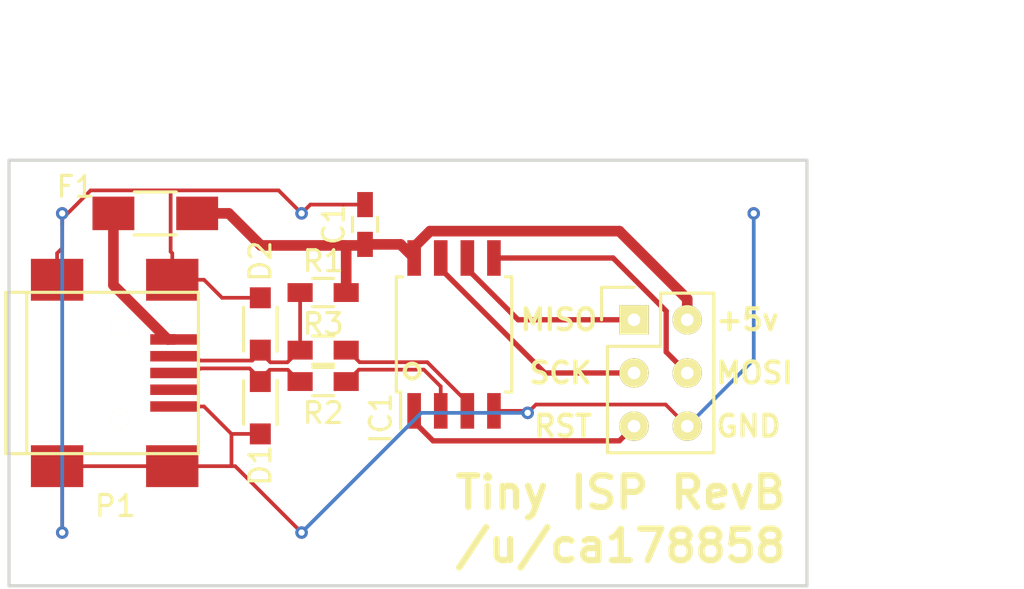
<source format=kicad_pcb>
(kicad_pcb (version 20171130) (host pcbnew "(5.1.12)-1")

  (general
    (thickness 1.6)
    (drawings 15)
    (tracks 104)
    (zones 0)
    (modules 16)
    (nets 13)
  )

  (page A4)
  (layers
    (0 F.Cu signal)
    (31 B.Cu signal)
    (32 B.Adhes user hide)
    (33 F.Adhes user hide)
    (34 B.Paste user hide)
    (35 F.Paste user hide)
    (36 B.SilkS user hide)
    (37 F.SilkS user hide)
    (38 B.Mask user hide)
    (39 F.Mask user hide)
    (40 Dwgs.User user)
    (41 Cmts.User user)
    (42 Eco1.User user)
    (43 Eco2.User user)
    (44 Edge.Cuts user)
    (45 Margin user hide)
    (46 B.CrtYd user hide)
    (47 F.CrtYd user)
    (48 B.Fab user hide)
    (49 F.Fab user hide)
  )

  (setup
    (last_trace_width 0.1778)
    (user_trace_width 0.254)
    (user_trace_width 0.381)
    (user_trace_width 0.508)
    (user_trace_width 1.778)
    (trace_clearance 0.1778)
    (zone_clearance 0.381)
    (zone_45_only no)
    (trace_min 0.1778)
    (via_size 0.6858)
    (via_drill 0.3302)
    (via_min_size 0.6858)
    (via_min_drill 0.3302)
    (uvia_size 0.3)
    (uvia_drill 0.1)
    (uvias_allowed no)
    (uvia_min_size 0.2)
    (uvia_min_drill 0.1)
    (edge_width 0.15)
    (segment_width 0.2)
    (pcb_text_width 0.3)
    (pcb_text_size 1.5 1.5)
    (mod_edge_width 0.15)
    (mod_text_size 1 1)
    (mod_text_width 0.15)
    (pad_size 1.4 1.4)
    (pad_drill 0.6)
    (pad_to_mask_clearance 0.1016)
    (aux_axis_origin 71.755 60.96)
    (grid_origin 71.755 60.96)
    (visible_elements 7FFFFFFF)
    (pcbplotparams
      (layerselection 0x010f0_80000001)
      (usegerberextensions true)
      (usegerberattributes true)
      (usegerberadvancedattributes true)
      (creategerberjobfile true)
      (excludeedgelayer true)
      (linewidth 0.100000)
      (plotframeref false)
      (viasonmask false)
      (mode 1)
      (useauxorigin false)
      (hpglpennumber 1)
      (hpglpenspeed 20)
      (hpglpendiameter 15.000000)
      (psnegative false)
      (psa4output false)
      (plotreference true)
      (plotvalue true)
      (plotinvisibletext false)
      (padsonsilk false)
      (subtractmaskfromsilk true)
      (outputformat 1)
      (mirror false)
      (drillshape 0)
      (scaleselection 1)
      (outputdirectory "isp-gerbers/"))
  )

  (net 0 "")
  (net 1 +5V)
  (net 2 GND)
  (net 3 D+)
  (net 4 D-)
  (net 5 "Net-(F1-Pad2)")
  (net 6 RST)
  (net 7 "Net-(IC1-Pad2)")
  (net 8 "Net-(IC1-Pad3)")
  (net 9 MOSI)
  (net 10 MISO)
  (net 11 SCK)
  (net 12 "Net-(P1-Pad4)")

  (net_class Default "This is the default net class."
    (clearance 0.1778)
    (trace_width 0.1778)
    (via_dia 0.6858)
    (via_drill 0.3302)
    (uvia_dia 0.3)
    (uvia_drill 0.1)
    (add_net +5V)
    (add_net D+)
    (add_net D-)
    (add_net GND)
    (add_net MISO)
    (add_net MOSI)
    (add_net "Net-(F1-Pad2)")
    (add_net "Net-(IC1-Pad2)")
    (add_net "Net-(IC1-Pad3)")
    (add_net "Net-(P1-Pad4)")
    (add_net RST)
    (add_net SCK)
  )

  (module Keyboard:GNDVia-wRing (layer F.Cu) (tedit 585AE108) (tstamp 586D9C9C)
    (at 96.52 52.705)
    (fp_text reference REF**_6 (at -0.8 1.1) (layer F.SilkS) hide
      (effects (font (size 1 1) (thickness 0.15)))
    )
    (fp_text value "GND Via" (at 0 -1) (layer F.Fab) hide
      (effects (font (size 1 1) (thickness 0.15)))
    )
    (pad GND thru_hole circle (at 0 0) (size 0.6 0.6) (drill 0.3) (layers *.Cu)
      (net 2 GND) (zone_connect 2))
  )

  (module Keyboard:GNDVia-wRing (layer F.Cu) (tedit 585AE108) (tstamp 586D9C7C)
    (at 85.725 43.18)
    (fp_text reference REF**_5 (at -0.8 1.1) (layer F.SilkS) hide
      (effects (font (size 1 1) (thickness 0.15)))
    )
    (fp_text value "GND Via" (at 0 -1) (layer F.Fab) hide
      (effects (font (size 1 1) (thickness 0.15)))
    )
    (pad GND thru_hole circle (at 0 0) (size 0.6 0.6) (drill 0.3) (layers *.Cu)
      (net 2 GND) (zone_connect 2))
  )

  (module Keyboard:GNDVia-wRing (layer F.Cu) (tedit 585AE108) (tstamp 585ADEE5)
    (at 85.725 58.42)
    (fp_text reference REF**_4 (at -0.8 1.1) (layer F.SilkS) hide
      (effects (font (size 1 1) (thickness 0.15)))
    )
    (fp_text value "GND Via" (at 0 -1) (layer F.Fab) hide
      (effects (font (size 1 1) (thickness 0.15)))
    )
    (pad GND thru_hole circle (at 0 0) (size 0.6 0.6) (drill 0.3) (layers *.Cu)
      (net 2 GND) (zone_connect 2))
  )

  (module Keyboard:GNDVia-wRing (layer F.Cu) (tedit 585AE11F) (tstamp 585ADEE1)
    (at 107.315 43.18)
    (fp_text reference REF**_3 (at -0.8 1.1) (layer F.SilkS) hide
      (effects (font (size 1 1) (thickness 0.15)))
    )
    (fp_text value "GND Via" (at 0 -1) (layer F.Fab) hide
      (effects (font (size 1 1) (thickness 0.15)))
    )
    (pad GND thru_hole circle (at 0 0) (size 0.6 0.6) (drill 0.3) (layers *.Cu)
      (net 2 GND) (zone_connect 2))
  )

  (module Capacitors_SMD:C_1206_HandSoldering (layer F.Cu) (tedit 585AE33F) (tstamp 585AD768)
    (at 78.74 43.18 180)
    (descr "Capacitor SMD 1206, hand soldering")
    (tags "capacitor 1206")
    (path /5859EB81)
    (attr smd)
    (fp_text reference F1 (at 3.81 1.27 180) (layer F.SilkS)
      (effects (font (size 1 1) (thickness 0.15)))
    )
    (fp_text value F_Small (at 0 2.3 180) (layer F.Fab) hide
      (effects (font (size 1 1) (thickness 0.15)))
    )
    (fp_line (start -1 1.025) (end 1 1.025) (layer F.SilkS) (width 0.15))
    (fp_line (start 1 -1.025) (end -1 -1.025) (layer F.SilkS) (width 0.15))
    (fp_line (start 3.3 -1.15) (end 3.3 1.15) (layer F.CrtYd) (width 0.05))
    (fp_line (start -3.3 -1.15) (end -3.3 1.15) (layer F.CrtYd) (width 0.05))
    (fp_line (start -3.3 1.15) (end 3.3 1.15) (layer F.CrtYd) (width 0.05))
    (fp_line (start -3.3 -1.15) (end 3.3 -1.15) (layer F.CrtYd) (width 0.05))
    (pad 1 smd rect (at -2 0 180) (size 2 1.6) (layers F.Cu F.Paste F.Mask)
      (net 1 +5V))
    (pad 2 smd rect (at 2 0 180) (size 2 1.6) (layers F.Cu F.Paste F.Mask)
      (net 5 "Net-(F1-Pad2)"))
    (model Capacitors_SMD.3dshapes/C_1206_HandSoldering.wrl
      (at (xyz 0 0 0))
      (scale (xyz 1 1 1))
      (rotate (xyz 0 0 0))
    )
  )

  (module Connect:USB_Mini-B (layer F.Cu) (tedit 585AE32C) (tstamp 585AD783)
    (at 76.2 50.8)
    (descr "USB Mini-B 5-pin SMD connector")
    (tags "USB USB_B USB_Mini connector")
    (path /5859E8A3)
    (attr smd)
    (fp_text reference P1 (at 0.635 6.35) (layer F.SilkS)
      (effects (font (size 1 1) (thickness 0.15)))
    )
    (fp_text value USB_OTG (at 0 -7.0993) (layer F.Fab) hide
      (effects (font (size 1 1) (thickness 0.15)))
    )
    (fp_line (start 4.59994 -3.85064) (end -4.59994 -3.85064) (layer F.SilkS) (width 0.15))
    (fp_line (start 4.59994 3.85064) (end 4.59994 -3.85064) (layer F.SilkS) (width 0.15))
    (fp_line (start -4.59994 3.85064) (end 4.59994 3.85064) (layer F.SilkS) (width 0.15))
    (fp_line (start -4.59994 -3.85064) (end -4.59994 3.85064) (layer F.SilkS) (width 0.15))
    (fp_line (start -3.59918 -3.85064) (end -3.59918 3.85064) (layer F.SilkS) (width 0.15))
    (fp_line (start -4.85 5.7) (end -4.85 -5.7) (layer F.CrtYd) (width 0.05))
    (fp_line (start 4.85 5.7) (end -4.85 5.7) (layer F.CrtYd) (width 0.05))
    (fp_line (start 4.85 -5.7) (end 4.85 5.7) (layer F.CrtYd) (width 0.05))
    (fp_line (start -4.85 -5.7) (end 4.85 -5.7) (layer F.CrtYd) (width 0.05))
    (pad 1 smd rect (at 3.44932 -1.6002) (size 2.30124 0.50038) (layers F.Cu F.Paste F.Mask)
      (net 5 "Net-(F1-Pad2)"))
    (pad 2 smd rect (at 3.44932 -0.8001) (size 2.30124 0.50038) (layers F.Cu F.Paste F.Mask)
      (net 4 D-))
    (pad 3 smd rect (at 3.44932 0) (size 2.30124 0.50038) (layers F.Cu F.Paste F.Mask)
      (net 3 D+))
    (pad 4 smd rect (at 3.44932 0.8001) (size 2.30124 0.50038) (layers F.Cu F.Paste F.Mask)
      (net 12 "Net-(P1-Pad4)"))
    (pad 5 smd rect (at 3.44932 1.6002) (size 2.30124 0.50038) (layers F.Cu F.Paste F.Mask)
      (net 2 GND))
    (pad 6 smd rect (at 3.35026 -4.45008) (size 2.49936 1.99898) (layers F.Cu F.Paste F.Mask)
      (net 2 GND))
    (pad 6 smd rect (at -2.14884 -4.45008) (size 2.49936 1.99898) (layers F.Cu F.Paste F.Mask)
      (net 2 GND))
    (pad 6 smd rect (at 3.35026 4.45008) (size 2.49936 1.99898) (layers F.Cu F.Paste F.Mask)
      (net 2 GND))
    (pad 6 smd rect (at -2.14884 4.45008) (size 2.49936 1.99898) (layers F.Cu F.Paste F.Mask)
      (net 2 GND))
    (pad "" np_thru_hole circle (at 0.8509 -2.19964) (size 0.89916 0.89916) (drill 0.89916) (layers *.Cu *.Mask F.SilkS))
    (pad "" np_thru_hole circle (at 0.8509 2.19964) (size 0.89916 0.89916) (drill 0.89916) (layers *.Cu *.Mask F.SilkS))
  )

  (module Keyboard:GNDVia-wRing (layer F.Cu) (tedit 585AE0FB) (tstamp 585ADED8)
    (at 74.295 43.18)
    (fp_text reference REF**_2 (at -0.8 1.1) (layer F.SilkS) hide
      (effects (font (size 1 1) (thickness 0.15)))
    )
    (fp_text value "GND Via" (at 0 -1) (layer F.Fab) hide
      (effects (font (size 1 1) (thickness 0.15)))
    )
    (pad GND thru_hole circle (at 0 0) (size 0.6 0.6) (drill 0.3) (layers *.Cu)
      (net 2 GND) (zone_connect 2))
  )

  (module Keyboard:GNDVia-wRing (layer F.Cu) (tedit 585AE101) (tstamp 585ADED9)
    (at 74.295 58.42)
    (fp_text reference REF** (at -0.8 1.1) (layer F.SilkS) hide
      (effects (font (size 1 1) (thickness 0.15)))
    )
    (fp_text value "GND Via" (at 0 -1) (layer F.Fab) hide
      (effects (font (size 1 1) (thickness 0.15)))
    )
    (pad GND thru_hole circle (at 0 0) (size 0.6 0.6) (drill 0.3) (layers *.Cu)
      (net 2 GND) (zone_connect 2))
  )

  (module Pin_Headers:Pin_Header_Straight_2x03 (layer F.Cu) (tedit 585AF9C8) (tstamp 585AD78D)
    (at 101.6 48.26)
    (descr "Through hole pin header")
    (tags "pin header")
    (path /5859F792)
    (fp_text reference P2 (at 0 -5.1) (layer F.SilkS) hide
      (effects (font (size 1 1) (thickness 0.15)))
    )
    (fp_text value CONN_02X03 (at 0 -3.1) (layer F.Fab) hide
      (effects (font (size 1 1) (thickness 0.15)))
    )
    (fp_line (start 3.81 1.27) (end 3.81 -1.27) (layer F.SilkS) (width 0.15))
    (fp_line (start 3.81 -1.27) (end 1.27 -1.27) (layer F.SilkS) (width 0.15))
    (fp_line (start -1.55 -1.55) (end -1.55 0) (layer F.SilkS) (width 0.15))
    (fp_line (start 3.81 6.35) (end 3.81 1.27) (layer F.SilkS) (width 0.15))
    (fp_line (start -1.27 6.35) (end 3.81 6.35) (layer F.SilkS) (width 0.15))
    (fp_line (start 1.27 1.27) (end -1.27 1.27) (layer F.SilkS) (width 0.15))
    (fp_line (start 1.27 -1.27) (end 1.27 1.27) (layer F.SilkS) (width 0.15))
    (fp_line (start -1.75 6.85) (end 4.3 6.85) (layer F.CrtYd) (width 0.05))
    (fp_line (start -1.75 -1.75) (end 4.3 -1.75) (layer F.CrtYd) (width 0.05))
    (fp_line (start 4.3 -1.75) (end 4.3 6.85) (layer F.CrtYd) (width 0.05))
    (fp_line (start -1.75 -1.75) (end -1.75 6.85) (layer F.CrtYd) (width 0.05))
    (fp_line (start -1.55 -1.55) (end 0 -1.55) (layer F.SilkS) (width 0.15))
    (fp_line (start -1.27 1.27) (end -1.27 6.35) (layer F.SilkS) (width 0.15))
    (pad 1 thru_hole rect (at 0 0) (size 1.4 1.4) (drill 0.6) (layers *.Cu *.Mask F.SilkS)
      (net 10 MISO))
    (pad 2 thru_hole circle (at 2.54 0) (size 1.4 1.4) (drill 0.6) (layers *.Cu *.Mask F.SilkS)
      (net 1 +5V))
    (pad 3 thru_hole circle (at 0 2.54) (size 1.4 1.4) (drill 0.6) (layers *.Cu *.Mask F.SilkS)
      (net 11 SCK))
    (pad 4 thru_hole circle (at 2.54 2.54) (size 1.4 1.4) (drill 0.6) (layers *.Cu *.Mask F.SilkS)
      (net 9 MOSI))
    (pad 5 thru_hole circle (at 0 5.08) (size 1.4 1.4) (drill 0.6) (layers *.Cu *.Mask F.SilkS)
      (net 6 RST))
    (pad 6 thru_hole circle (at 2.54 5.08) (size 1.4 1.4) (drill 0.6) (layers *.Cu *.Mask F.SilkS)
      (net 2 GND))
    (model Pin_Headers.3dshapes/Pin_Header_Straight_2x03.wrl
      (offset (xyz 1.269999980926514 -2.539999961853027 0))
      (scale (xyz 1 1 1))
      (rotate (xyz 0 0 90))
    )
  )

  (module Housings_SOIC:SOIJ-8_5.3x5.3mm_Pitch1.27mm (layer F.Cu) (tedit 54130A77) (tstamp 585AD774)
    (at 93.005 48.96 90)
    (descr "8-Lead Plastic Small Outline (SM) - Medium, 5.28 mm Body [SOIC] (see Microchip Packaging Specification 00000049BS.pdf)")
    (tags "SOIC 1.27")
    (path /5859E950)
    (attr smd)
    (fp_text reference IC1 (at -4 -3.5 90) (layer F.SilkS)
      (effects (font (size 1 1) (thickness 0.15)))
    )
    (fp_text value ATTINY45-S (at 0 3.68 90) (layer F.Fab)
      (effects (font (size 1 1) (thickness 0.15)))
    )
    (fp_line (start -2.75 -2.55) (end -4.5 -2.55) (layer F.SilkS) (width 0.15))
    (fp_line (start -2.75 2.755) (end 2.75 2.755) (layer F.SilkS) (width 0.15))
    (fp_line (start -2.75 -2.755) (end 2.75 -2.755) (layer F.SilkS) (width 0.15))
    (fp_line (start -2.75 2.755) (end -2.75 2.455) (layer F.SilkS) (width 0.15))
    (fp_line (start 2.75 2.755) (end 2.75 2.455) (layer F.SilkS) (width 0.15))
    (fp_line (start 2.75 -2.755) (end 2.75 -2.455) (layer F.SilkS) (width 0.15))
    (fp_line (start -2.75 -2.755) (end -2.75 -2.55) (layer F.SilkS) (width 0.15))
    (fp_line (start -4.75 2.95) (end 4.75 2.95) (layer F.CrtYd) (width 0.05))
    (fp_line (start -4.75 -2.95) (end 4.75 -2.95) (layer F.CrtYd) (width 0.05))
    (fp_line (start 4.75 -2.95) (end 4.75 2.95) (layer F.CrtYd) (width 0.05))
    (fp_line (start -4.75 -2.95) (end -4.75 2.95) (layer F.CrtYd) (width 0.05))
    (fp_line (start -2.65 -1.65) (end -1.65 -2.65) (layer F.Fab) (width 0.15))
    (fp_line (start -2.65 2.65) (end -2.65 -1.65) (layer F.Fab) (width 0.15))
    (fp_line (start 2.65 2.65) (end -2.65 2.65) (layer F.Fab) (width 0.15))
    (fp_line (start 2.65 -2.65) (end 2.65 2.65) (layer F.Fab) (width 0.15))
    (fp_line (start -1.65 -2.65) (end 2.65 -2.65) (layer F.Fab) (width 0.15))
    (pad 1 smd rect (at -3.65 -1.905 90) (size 1.7 0.65) (layers F.Cu F.Paste F.Mask)
      (net 6 RST))
    (pad 2 smd rect (at -3.65 -0.635 90) (size 1.7 0.65) (layers F.Cu F.Paste F.Mask)
      (net 7 "Net-(IC1-Pad2)"))
    (pad 3 smd rect (at -3.65 0.635 90) (size 1.7 0.65) (layers F.Cu F.Paste F.Mask)
      (net 8 "Net-(IC1-Pad3)"))
    (pad 4 smd rect (at -3.65 1.905 90) (size 1.7 0.65) (layers F.Cu F.Paste F.Mask)
      (net 2 GND))
    (pad 5 smd rect (at 3.65 1.905 90) (size 1.7 0.65) (layers F.Cu F.Paste F.Mask)
      (net 9 MOSI))
    (pad 6 smd rect (at 3.65 0.635 90) (size 1.7 0.65) (layers F.Cu F.Paste F.Mask)
      (net 10 MISO))
    (pad 7 smd rect (at 3.65 -0.635 90) (size 1.7 0.65) (layers F.Cu F.Paste F.Mask)
      (net 11 SCK))
    (pad 8 smd rect (at 3.65 -1.905 90) (size 1.7 0.65) (layers F.Cu F.Paste F.Mask)
      (net 1 +5V))
    (model Housings_SOIC.3dshapes/SOIJ-8_5.3x5.3mm_Pitch1.27mm.wrl
      (at (xyz 0 0 0))
      (scale (xyz 1 1 1))
      (rotate (xyz 0 0 0))
    )
  )

  (module Diodes_SMD:SOD-323_HandSoldering (layer F.Cu) (tedit 57A875DC) (tstamp 585AD762)
    (at 83.755 48.46 90)
    (descr SOD-323)
    (tags SOD-323)
    (path /5859EA63)
    (attr smd)
    (fp_text reference D2 (at 3 0 90) (layer F.SilkS)
      (effects (font (size 1 1) (thickness 0.15)))
    )
    (fp_text value 3.6v (at 0 -1.5 90) (layer F.Fab)
      (effects (font (size 1 1) (thickness 0.15)))
    )
    (fp_line (start -1.3 -0.8) (end 0.8 -0.8) (layer F.SilkS) (width 0.15))
    (fp_line (start -1.3 0.8) (end 0.8 0.8) (layer F.SilkS) (width 0.15))
    (fp_line (start -1.9 -0.95) (end -1.9 0.95) (layer F.CrtYd) (width 0.05))
    (fp_line (start -1.9 0.95) (end 1.9 0.95) (layer F.CrtYd) (width 0.05))
    (fp_line (start 1.9 -0.95) (end 1.9 0.95) (layer F.CrtYd) (width 0.05))
    (fp_line (start -1.9 -0.95) (end 1.9 -0.95) (layer F.CrtYd) (width 0.05))
    (fp_line (start -0.85 -0.65) (end 0.85 -0.65) (layer F.Fab) (width 0.15))
    (fp_line (start 0.85 -0.65) (end 0.85 0.65) (layer F.Fab) (width 0.15))
    (fp_line (start 0.85 0.65) (end -0.85 0.65) (layer F.Fab) (width 0.15))
    (fp_line (start -0.85 0.65) (end -0.85 -0.65) (layer F.Fab) (width 0.15))
    (fp_line (start -0.3 -0.35) (end -0.3 0.35) (layer F.Fab) (width 0.15))
    (fp_line (start -0.3 0) (end -0.5 0) (layer F.Fab) (width 0.15))
    (fp_line (start -0.3 0) (end 0.2 -0.35) (layer F.Fab) (width 0.15))
    (fp_line (start 0.2 -0.35) (end 0.2 0.35) (layer F.Fab) (width 0.15))
    (fp_line (start 0.2 0.35) (end -0.3 0) (layer F.Fab) (width 0.15))
    (fp_line (start 0.2 0) (end 0.45 0) (layer F.Fab) (width 0.15))
    (pad 1 smd rect (at -1.25 0 90) (size 1 1) (layers F.Cu F.Paste F.Mask)
      (net 4 D-))
    (pad 2 smd rect (at 1.25 0 90) (size 1 1) (layers F.Cu F.Paste F.Mask)
      (net 2 GND))
    (model Diodes_SMD.3dshapes/SOD-323.wrl
      (at (xyz 0 0 0))
      (scale (xyz 1 1 1))
      (rotate (xyz 0 0 180))
    )
  )

  (module Diodes_SMD:SOD-323_HandSoldering (layer F.Cu) (tedit 57A875DC) (tstamp 585AD75C)
    (at 83.755 52.46 270)
    (descr SOD-323)
    (tags SOD-323)
    (path /5859EA33)
    (attr smd)
    (fp_text reference D1 (at 2.75 0 270) (layer F.SilkS)
      (effects (font (size 1 1) (thickness 0.15)))
    )
    (fp_text value 3.6v (at 0.1 1.5 270) (layer F.Fab)
      (effects (font (size 1 1) (thickness 0.15)))
    )
    (fp_line (start -1.3 -0.8) (end 0.8 -0.8) (layer F.SilkS) (width 0.15))
    (fp_line (start -1.3 0.8) (end 0.8 0.8) (layer F.SilkS) (width 0.15))
    (fp_line (start -1.9 -0.95) (end -1.9 0.95) (layer F.CrtYd) (width 0.05))
    (fp_line (start -1.9 0.95) (end 1.9 0.95) (layer F.CrtYd) (width 0.05))
    (fp_line (start 1.9 -0.95) (end 1.9 0.95) (layer F.CrtYd) (width 0.05))
    (fp_line (start -1.9 -0.95) (end 1.9 -0.95) (layer F.CrtYd) (width 0.05))
    (fp_line (start -0.85 -0.65) (end 0.85 -0.65) (layer F.Fab) (width 0.15))
    (fp_line (start 0.85 -0.65) (end 0.85 0.65) (layer F.Fab) (width 0.15))
    (fp_line (start 0.85 0.65) (end -0.85 0.65) (layer F.Fab) (width 0.15))
    (fp_line (start -0.85 0.65) (end -0.85 -0.65) (layer F.Fab) (width 0.15))
    (fp_line (start -0.3 -0.35) (end -0.3 0.35) (layer F.Fab) (width 0.15))
    (fp_line (start -0.3 0) (end -0.5 0) (layer F.Fab) (width 0.15))
    (fp_line (start -0.3 0) (end 0.2 -0.35) (layer F.Fab) (width 0.15))
    (fp_line (start 0.2 -0.35) (end 0.2 0.35) (layer F.Fab) (width 0.15))
    (fp_line (start 0.2 0.35) (end -0.3 0) (layer F.Fab) (width 0.15))
    (fp_line (start 0.2 0) (end 0.45 0) (layer F.Fab) (width 0.15))
    (pad 1 smd rect (at -1.25 0 270) (size 1 1) (layers F.Cu F.Paste F.Mask)
      (net 3 D+))
    (pad 2 smd rect (at 1.25 0 270) (size 1 1) (layers F.Cu F.Paste F.Mask)
      (net 2 GND))
    (model Diodes_SMD.3dshapes/SOD-323.wrl
      (at (xyz 0 0 0))
      (scale (xyz 1 1 1))
      (rotate (xyz 0 0 180))
    )
  )

  (module Resistors_SMD:R_0603_HandSoldering (layer F.Cu) (tedit 58307AEF) (tstamp 585AD79F)
    (at 86.755 49.71 180)
    (descr "Resistor SMD 0603, hand soldering")
    (tags "resistor 0603")
    (path /5859EAF2)
    (attr smd)
    (fp_text reference R3 (at 0 1.25 180) (layer F.SilkS)
      (effects (font (size 1 1) (thickness 0.15)))
    )
    (fp_text value 68Ω (at 0 1 180) (layer F.Fab)
      (effects (font (size 1 1) (thickness 0.15)))
    )
    (fp_line (start -0.5 -0.675) (end 0.5 -0.675) (layer F.SilkS) (width 0.15))
    (fp_line (start 0.5 0.675) (end -0.5 0.675) (layer F.SilkS) (width 0.15))
    (fp_line (start 2 -0.8) (end 2 0.8) (layer F.CrtYd) (width 0.05))
    (fp_line (start -2 -0.8) (end -2 0.8) (layer F.CrtYd) (width 0.05))
    (fp_line (start -2 0.8) (end 2 0.8) (layer F.CrtYd) (width 0.05))
    (fp_line (start -2 -0.8) (end 2 -0.8) (layer F.CrtYd) (width 0.05))
    (fp_line (start -0.8 -0.4) (end 0.8 -0.4) (layer F.Fab) (width 0.1))
    (fp_line (start 0.8 -0.4) (end 0.8 0.4) (layer F.Fab) (width 0.1))
    (fp_line (start 0.8 0.4) (end -0.8 0.4) (layer F.Fab) (width 0.1))
    (fp_line (start -0.8 0.4) (end -0.8 -0.4) (layer F.Fab) (width 0.1))
    (pad 1 smd rect (at -1.1 0 180) (size 1.2 0.9) (layers F.Cu F.Paste F.Mask)
      (net 8 "Net-(IC1-Pad3)"))
    (pad 2 smd rect (at 1.1 0 180) (size 1.2 0.9) (layers F.Cu F.Paste F.Mask)
      (net 4 D-))
    (model Resistors_SMD.3dshapes/R_0603_HandSoldering.wrl
      (at (xyz 0 0 0))
      (scale (xyz 1 1 1))
      (rotate (xyz 0 0 0))
    )
  )

  (module Resistors_SMD:R_0603_HandSoldering (layer F.Cu) (tedit 58307AEF) (tstamp 585AD799)
    (at 86.755 51.21 180)
    (descr "Resistor SMD 0603, hand soldering")
    (tags "resistor 0603")
    (path /5859EAB6)
    (attr smd)
    (fp_text reference R2 (at 0 -1.5 180) (layer F.SilkS)
      (effects (font (size 1 1) (thickness 0.15)))
    )
    (fp_text value 68Ω (at 0 -1.25 180) (layer F.Fab)
      (effects (font (size 1 1) (thickness 0.15)))
    )
    (fp_line (start -0.5 -0.675) (end 0.5 -0.675) (layer F.SilkS) (width 0.15))
    (fp_line (start 0.5 0.675) (end -0.5 0.675) (layer F.SilkS) (width 0.15))
    (fp_line (start 2 -0.8) (end 2 0.8) (layer F.CrtYd) (width 0.05))
    (fp_line (start -2 -0.8) (end -2 0.8) (layer F.CrtYd) (width 0.05))
    (fp_line (start -2 0.8) (end 2 0.8) (layer F.CrtYd) (width 0.05))
    (fp_line (start -2 -0.8) (end 2 -0.8) (layer F.CrtYd) (width 0.05))
    (fp_line (start -0.8 -0.4) (end 0.8 -0.4) (layer F.Fab) (width 0.1))
    (fp_line (start 0.8 -0.4) (end 0.8 0.4) (layer F.Fab) (width 0.1))
    (fp_line (start 0.8 0.4) (end -0.8 0.4) (layer F.Fab) (width 0.1))
    (fp_line (start -0.8 0.4) (end -0.8 -0.4) (layer F.Fab) (width 0.1))
    (pad 1 smd rect (at -1.1 0 180) (size 1.2 0.9) (layers F.Cu F.Paste F.Mask)
      (net 7 "Net-(IC1-Pad2)"))
    (pad 2 smd rect (at 1.1 0 180) (size 1.2 0.9) (layers F.Cu F.Paste F.Mask)
      (net 3 D+))
    (model Resistors_SMD.3dshapes/R_0603_HandSoldering.wrl
      (at (xyz 0 0 0))
      (scale (xyz 1 1 1))
      (rotate (xyz 0 0 0))
    )
  )

  (module Resistors_SMD:R_0603_HandSoldering (layer F.Cu) (tedit 58307AEF) (tstamp 585AD793)
    (at 86.755 46.96 180)
    (descr "Resistor SMD 0603, hand soldering")
    (tags "resistor 0603")
    (path /5859EA8C)
    (attr smd)
    (fp_text reference R1 (at 0 1.5 180) (layer F.SilkS)
      (effects (font (size 1 1) (thickness 0.15)))
    )
    (fp_text value 1.7kΩ (at 0 1 180) (layer F.Fab)
      (effects (font (size 1 1) (thickness 0.15)))
    )
    (fp_line (start -0.5 -0.675) (end 0.5 -0.675) (layer F.SilkS) (width 0.15))
    (fp_line (start 0.5 0.675) (end -0.5 0.675) (layer F.SilkS) (width 0.15))
    (fp_line (start 2 -0.8) (end 2 0.8) (layer F.CrtYd) (width 0.05))
    (fp_line (start -2 -0.8) (end -2 0.8) (layer F.CrtYd) (width 0.05))
    (fp_line (start -2 0.8) (end 2 0.8) (layer F.CrtYd) (width 0.05))
    (fp_line (start -2 -0.8) (end 2 -0.8) (layer F.CrtYd) (width 0.05))
    (fp_line (start -0.8 -0.4) (end 0.8 -0.4) (layer F.Fab) (width 0.1))
    (fp_line (start 0.8 -0.4) (end 0.8 0.4) (layer F.Fab) (width 0.1))
    (fp_line (start 0.8 0.4) (end -0.8 0.4) (layer F.Fab) (width 0.1))
    (fp_line (start -0.8 0.4) (end -0.8 -0.4) (layer F.Fab) (width 0.1))
    (pad 1 smd rect (at -1.1 0 180) (size 1.2 0.9) (layers F.Cu F.Paste F.Mask)
      (net 1 +5V))
    (pad 2 smd rect (at 1.1 0 180) (size 1.2 0.9) (layers F.Cu F.Paste F.Mask)
      (net 4 D-))
    (model Resistors_SMD.3dshapes/R_0603_HandSoldering.wrl
      (at (xyz 0 0 0))
      (scale (xyz 1 1 1))
      (rotate (xyz 0 0 0))
    )
  )

  (module Capacitors_SMD:C_0603_HandSoldering (layer F.Cu) (tedit 541A9B4D) (tstamp 585AD756)
    (at 88.755 43.71 90)
    (descr "Capacitor SMD 0603, hand soldering")
    (tags "capacitor 0603")
    (path /5859EB3F)
    (attr smd)
    (fp_text reference C1 (at 0 -1.5 90) (layer F.SilkS)
      (effects (font (size 1 1) (thickness 0.15)))
    )
    (fp_text value 0.1µF (at 0 1 90) (layer F.Fab)
      (effects (font (size 1 1) (thickness 0.15)))
    )
    (fp_line (start 0.35 0.6) (end -0.35 0.6) (layer F.SilkS) (width 0.15))
    (fp_line (start -0.35 -0.6) (end 0.35 -0.6) (layer F.SilkS) (width 0.15))
    (fp_line (start 1.85 -0.75) (end 1.85 0.75) (layer F.CrtYd) (width 0.05))
    (fp_line (start -1.85 -0.75) (end -1.85 0.75) (layer F.CrtYd) (width 0.05))
    (fp_line (start -1.85 0.75) (end 1.85 0.75) (layer F.CrtYd) (width 0.05))
    (fp_line (start -1.85 -0.75) (end 1.85 -0.75) (layer F.CrtYd) (width 0.05))
    (fp_line (start -0.8 -0.4) (end 0.8 -0.4) (layer F.Fab) (width 0.15))
    (fp_line (start 0.8 -0.4) (end 0.8 0.4) (layer F.Fab) (width 0.15))
    (fp_line (start 0.8 0.4) (end -0.8 0.4) (layer F.Fab) (width 0.15))
    (fp_line (start -0.8 0.4) (end -0.8 -0.4) (layer F.Fab) (width 0.15))
    (pad 1 smd rect (at -0.95 0 90) (size 1.2 0.75) (layers F.Cu F.Paste F.Mask)
      (net 1 +5V))
    (pad 2 smd rect (at 0.95 0 90) (size 1.2 0.75) (layers F.Cu F.Paste F.Mask)
      (net 2 GND))
    (model Capacitors_SMD.3dshapes/C_0603_HandSoldering.wrl
      (at (xyz 0 0 0))
      (scale (xyz 1 1 1))
      (rotate (xyz 0 0 0))
    )
  )

  (gr_circle (center 91.005 50.71) (end 91.255 50.96) (layer F.SilkS) (width 0.2))
  (gr_text "Tiny ISP RevB" (at 100.965 56.515) (layer F.SilkS)
    (effects (font (size 1.5 1.5) (thickness 0.3)))
  )
  (gr_text /u/ca178858 (at 100.965 59.055) (layer F.SilkS)
    (effects (font (size 1.5 1.5) (thickness 0.3)))
  )
  (gr_text MOSI (at 105.41 50.8) (layer F.SilkS)
    (effects (font (size 1 1) (thickness 0.2)) (justify left))
  )
  (gr_text GND (at 105.41 53.34) (layer F.SilkS)
    (effects (font (size 1 1) (thickness 0.2)) (justify left))
  )
  (gr_text RST (at 99.695 53.34) (layer F.SilkS)
    (effects (font (size 1 1) (thickness 0.2)) (justify right))
  )
  (gr_text SCK (at 99.695 50.8) (layer F.SilkS)
    (effects (font (size 1 1) (thickness 0.2)) (justify right))
  )
  (gr_text +5v (at 105.41 48.26) (layer F.SilkS)
    (effects (font (size 1 1) (thickness 0.2)) (justify left))
  )
  (gr_text MISO (at 98.005 48.26) (layer F.SilkS)
    (effects (font (size 1 1) (thickness 0.2)))
  )
  (dimension 20.32 (width 0.3) (layer Eco2.User)
    (gr_text "20.320 mm" (at 117.555 50.8 270) (layer Eco2.User)
      (effects (font (size 1.5 1.5) (thickness 0.3)))
    )
    (feature1 (pts (xy 113.03 60.96) (xy 118.905 60.96)))
    (feature2 (pts (xy 113.03 40.64) (xy 118.905 40.64)))
    (crossbar (pts (xy 116.205 40.64) (xy 116.205 60.96)))
    (arrow1a (pts (xy 116.205 60.96) (xy 115.618579 59.833496)))
    (arrow1b (pts (xy 116.205 60.96) (xy 116.791421 59.833496)))
    (arrow2a (pts (xy 116.205 40.64) (xy 115.618579 41.766504)))
    (arrow2b (pts (xy 116.205 40.64) (xy 116.791421 41.766504)))
  )
  (dimension 38.1 (width 0.3) (layer Eco2.User)
    (gr_text "38.100 mm" (at 90.805 34.845) (layer Eco2.User)
      (effects (font (size 1.5 1.5) (thickness 0.3)))
    )
    (feature1 (pts (xy 71.755 40.64) (xy 71.755 33.495)))
    (feature2 (pts (xy 109.855 40.64) (xy 109.855 33.495)))
    (crossbar (pts (xy 109.855 36.195) (xy 71.755 36.195)))
    (arrow1a (pts (xy 71.755 36.195) (xy 72.881504 35.608579)))
    (arrow1b (pts (xy 71.755 36.195) (xy 72.881504 36.781421)))
    (arrow2a (pts (xy 109.855 36.195) (xy 108.728496 35.608579)))
    (arrow2b (pts (xy 109.855 36.195) (xy 108.728496 36.781421)))
  )
  (gr_line (start 109.855 40.64) (end 71.755 40.64) (layer Edge.Cuts) (width 0.15))
  (gr_line (start 109.855 60.96) (end 109.855 40.64) (layer Edge.Cuts) (width 0.15))
  (gr_line (start 71.755 60.96) (end 109.855 60.96) (layer Edge.Cuts) (width 0.15))
  (gr_line (start 71.755 40.64) (end 71.755 60.96) (layer Edge.Cuts) (width 0.15))

  (segment (start 87.755 44.71) (end 88.705 44.71) (width 0.508) (layer F.Cu) (net 1))
  (segment (start 88.705 44.71) (end 88.755 44.66) (width 0.508) (layer F.Cu) (net 1))
  (segment (start 80.74 43.18) (end 82.248 43.18) (width 0.508) (layer F.Cu) (net 1))
  (segment (start 82.248 43.18) (end 83.778 44.71) (width 0.508) (layer F.Cu) (net 1))
  (segment (start 83.778 44.71) (end 87.755 44.71) (width 0.508) (layer F.Cu) (net 1))
  (segment (start 88.755 44.66) (end 90.45 44.66) (width 0.508) (layer F.Cu) (net 1))
  (segment (start 90.45 44.66) (end 91.1 45.31) (width 0.508) (layer F.Cu) (net 1))
  (segment (start 91.1 45.31) (end 91.1 44.785) (width 0.508) (layer F.Cu) (net 1))
  (segment (start 91.1 44.785) (end 91.8568 44.0282) (width 0.508) (layer F.Cu) (net 1))
  (segment (start 91.8568 44.0282) (end 100.898 44.0282) (width 0.508) (layer F.Cu) (net 1))
  (segment (start 100.898 44.0282) (end 104.14 47.2701) (width 0.508) (layer F.Cu) (net 1))
  (segment (start 104.14 47.2701) (end 104.14 48.26) (width 0.508) (layer F.Cu) (net 1))
  (segment (start 87.855 46.96) (end 87.855 44.81) (width 0.508) (layer F.Cu) (net 1))
  (segment (start 87.855 44.81) (end 87.755 44.71) (width 0.508) (layer F.Cu) (net 1))
  (segment (start 85.725 58.42) (end 91.44 52.705) (width 0.1778) (layer B.Cu) (net 2))
  (segment (start 91.44 52.705) (end 96.52 52.705) (width 0.1778) (layer B.Cu) (net 2))
  (segment (start 74.295 58.42) (end 74.295 43.18) (width 0.1778) (layer B.Cu) (net 2))
  (segment (start 107.315 43.18) (end 107.315 50.165) (width 0.1778) (layer B.Cu) (net 2))
  (segment (start 107.315 50.165) (end 104.14 53.34) (width 0.1778) (layer B.Cu) (net 2))
  (segment (start 74.295 43.7173) (end 74.295 43.18) (width 0.1778) (layer F.Cu) (net 2))
  (segment (start 74.0512 45.0836) (end 74.295 44.8398) (width 0.1778) (layer F.Cu) (net 2))
  (segment (start 74.295 44.8398) (end 74.295 43.7173) (width 0.1778) (layer F.Cu) (net 2))
  (segment (start 74.295 43.7173) (end 74.295 43.4405) (width 0.1778) (layer F.Cu) (net 2))
  (segment (start 74.295 43.4405) (end 75.6539 42.0816) (width 0.1778) (layer F.Cu) (net 2))
  (segment (start 75.6539 42.0816) (end 79.4731 42.0816) (width 0.1778) (layer F.Cu) (net 2))
  (segment (start 79.4731 42.0816) (end 84.6266 42.0816) (width 0.1778) (layer F.Cu) (net 2))
  (segment (start 84.6266 42.0816) (end 85.725 43.18) (width 0.1778) (layer F.Cu) (net 2))
  (segment (start 79.5503 45.0836) (end 79.4731 45.0064) (width 0.1778) (layer F.Cu) (net 2))
  (segment (start 79.4731 45.0064) (end 79.4731 42.0816) (width 0.1778) (layer F.Cu) (net 2))
  (segment (start 82.3765 55.2501) (end 82.5551 55.2501) (width 0.1778) (layer F.Cu) (net 2))
  (segment (start 82.5551 55.2501) (end 85.725 58.42) (width 0.1778) (layer F.Cu) (net 2))
  (segment (start 80.3086 55.2501) (end 82.3765 55.2501) (width 0.1778) (layer F.Cu) (net 2))
  (segment (start 82.3765 55.2501) (end 82.3765 53.71) (width 0.1778) (layer F.Cu) (net 2))
  (segment (start 79.5503 55.2501) (end 80.3086 55.2501) (width 0.1778) (layer F.Cu) (net 2))
  (segment (start 74.295 55.2501) (end 79.5503 55.2501) (width 0.1778) (layer F.Cu) (net 2))
  (segment (start 74.0512 55.2501) (end 74.295 55.2501) (width 0.1778) (layer F.Cu) (net 2))
  (segment (start 74.295 55.2501) (end 74.295 58.42) (width 0.1778) (layer F.Cu) (net 2))
  (segment (start 79.5503 46.3499) (end 79.5503 45.0836) (width 0.1778) (layer F.Cu) (net 2))
  (segment (start 79.6007 46.3499) (end 79.5503 46.3499) (width 0.1778) (layer F.Cu) (net 2))
  (segment (start 79.6007 46.3499) (end 81.0668 46.3499) (width 0.1778) (layer F.Cu) (net 2))
  (segment (start 74.0512 46.3499) (end 74.0512 45.0836) (width 0.1778) (layer F.Cu) (net 2))
  (segment (start 82.3765 53.71) (end 81.0667 52.4002) (width 0.1778) (layer F.Cu) (net 2))
  (segment (start 83.755 53.71) (end 82.3765 53.71) (width 0.1778) (layer F.Cu) (net 2))
  (segment (start 104.14 53.34) (end 103.1081 52.3081) (width 0.1778) (layer F.Cu) (net 2))
  (segment (start 103.1081 52.3081) (end 96.9169 52.3081) (width 0.1778) (layer F.Cu) (net 2))
  (segment (start 96.9169 52.3081) (end 96.52 52.705) (width 0.1778) (layer F.Cu) (net 2))
  (segment (start 94.91 52.61) (end 96.425 52.61) (width 0.1778) (layer F.Cu) (net 2))
  (segment (start 96.425 52.61) (end 96.52 52.705) (width 0.1778) (layer F.Cu) (net 2))
  (segment (start 83.755 47.21) (end 81.9269 47.21) (width 0.1778) (layer F.Cu) (net 2))
  (segment (start 81.9269 47.21) (end 81.0668 46.3499) (width 0.1778) (layer F.Cu) (net 2))
  (segment (start 79.6493 52.4002) (end 81.0667 52.4002) (width 0.1778) (layer F.Cu) (net 2))
  (segment (start 88.755 42.76) (end 86.145 42.76) (width 0.1778) (layer F.Cu) (net 2))
  (segment (start 86.145 42.76) (end 85.725 43.18) (width 0.1778) (layer F.Cu) (net 2))
  (segment (start 83.755 51.21) (end 83.755 51.0941) (width 0.1778) (layer F.Cu) (net 3))
  (segment (start 83.755 51.0941) (end 84.2009 50.6482) (width 0.1778) (layer F.Cu) (net 3))
  (segment (start 84.2009 50.6482) (end 85.0676 50.6482) (width 0.1778) (layer F.Cu) (net 3))
  (segment (start 85.0676 50.6482) (end 85.6294 51.21) (width 0.1778) (layer F.Cu) (net 3))
  (segment (start 85.6294 51.21) (end 85.655 51.21) (width 0.1778) (layer F.Cu) (net 3))
  (segment (start 79.6493 50.8) (end 79.7732 50.6761) (width 0.1778) (layer F.Cu) (net 3))
  (segment (start 79.7732 50.6761) (end 80.7907 50.6761) (width 0.1778) (layer F.Cu) (net 3))
  (segment (start 80.7907 50.6761) (end 80.8848 50.5821) (width 0.1778) (layer F.Cu) (net 3))
  (segment (start 80.8848 50.5821) (end 83.2435 50.5821) (width 0.1778) (layer F.Cu) (net 3))
  (segment (start 83.2435 50.5821) (end 83.755 51.0936) (width 0.1778) (layer F.Cu) (net 3))
  (segment (start 83.755 51.0936) (end 83.755 51.21) (width 0.1778) (layer F.Cu) (net 3))
  (segment (start 83.755 49.8153) (end 83.755 49.8108) (width 0.1778) (layer F.Cu) (net 4))
  (segment (start 83.755 49.8108) (end 84.2344 50.2901) (width 0.1778) (layer F.Cu) (net 4))
  (segment (start 84.2344 50.2901) (end 85.0509 50.2901) (width 0.1778) (layer F.Cu) (net 4))
  (segment (start 85.0509 50.2901) (end 85.631 49.71) (width 0.1778) (layer F.Cu) (net 4))
  (segment (start 85.631 49.71) (end 85.655 49.71) (width 0.1778) (layer F.Cu) (net 4))
  (segment (start 79.6493 49.9999) (end 80.6651 49.9999) (width 0.1778) (layer F.Cu) (net 4))
  (segment (start 80.6651 49.9999) (end 80.8726 50.2074) (width 0.1778) (layer F.Cu) (net 4))
  (segment (start 80.8726 50.2074) (end 83.3673 50.2074) (width 0.1778) (layer F.Cu) (net 4))
  (segment (start 83.3673 50.2074) (end 83.755 49.8198) (width 0.1778) (layer F.Cu) (net 4))
  (segment (start 83.755 49.8198) (end 83.755 49.8153) (width 0.1778) (layer F.Cu) (net 4))
  (segment (start 83.755 49.8153) (end 83.755 49.71) (width 0.1778) (layer F.Cu) (net 4))
  (segment (start 85.655 49.71) (end 85.655 46.96) (width 0.1778) (layer F.Cu) (net 4))
  (segment (start 79.6493 49.1998) (end 79.3338 49.1998) (width 0.508) (layer F.Cu) (net 5))
  (segment (start 79.3338 49.1998) (end 76.74 46.606) (width 0.508) (layer F.Cu) (net 5))
  (segment (start 76.74 46.606) (end 76.74 43.18) (width 0.508) (layer F.Cu) (net 5))
  (segment (start 91.1 52.61) (end 91.1 53.135) (width 0.254) (layer F.Cu) (net 6))
  (segment (start 91.1 53.135) (end 92.005 54.04) (width 0.254) (layer F.Cu) (net 6))
  (segment (start 92.005 54.04) (end 100.9 54.04) (width 0.254) (layer F.Cu) (net 6))
  (segment (start 100.9 54.04) (end 101.6 53.34) (width 0.254) (layer F.Cu) (net 6))
  (segment (start 87.855 51.21) (end 87.892 51.21) (width 0.1778) (layer F.Cu) (net 7))
  (segment (start 87.892 51.21) (end 88.46 50.642) (width 0.1778) (layer F.Cu) (net 7))
  (segment (start 88.46 50.642) (end 91.5635 50.642) (width 0.1778) (layer F.Cu) (net 7))
  (segment (start 91.5635 50.642) (end 92.37 51.4485) (width 0.1778) (layer F.Cu) (net 7))
  (segment (start 92.37 51.4485) (end 92.37 52.61) (width 0.1778) (layer F.Cu) (net 7))
  (segment (start 87.855 49.71) (end 87.9167 49.71) (width 0.1778) (layer F.Cu) (net 8))
  (segment (start 87.9167 49.71) (end 88.4928 50.286) (width 0.1778) (layer F.Cu) (net 8))
  (segment (start 88.4928 50.286) (end 91.7275 50.286) (width 0.1778) (layer F.Cu) (net 8))
  (segment (start 91.7275 50.286) (end 93.64 52.1985) (width 0.1778) (layer F.Cu) (net 8))
  (segment (start 93.64 52.1985) (end 93.64 52.61) (width 0.1778) (layer F.Cu) (net 8))
  (segment (start 94.91 45.31) (end 100.599 45.31) (width 0.254) (layer F.Cu) (net 9))
  (segment (start 100.599 45.31) (end 103.135 47.8466) (width 0.254) (layer F.Cu) (net 9))
  (segment (start 103.135 47.8466) (end 103.135 49.7952) (width 0.254) (layer F.Cu) (net 9))
  (segment (start 103.135 49.7952) (end 103.44 50.1) (width 0.254) (layer F.Cu) (net 9))
  (segment (start 103.44 50.1) (end 104.14 50.8) (width 0.254) (layer F.Cu) (net 9))
  (segment (start 93.64 45.31) (end 93.64 45.835) (width 0.254) (layer F.Cu) (net 10))
  (segment (start 93.64 45.835) (end 96.065 48.26) (width 0.254) (layer F.Cu) (net 10))
  (segment (start 96.065 48.26) (end 101.6 48.26) (width 0.254) (layer F.Cu) (net 10))
  (segment (start 92.37 45.31) (end 92.37 45.835) (width 0.254) (layer F.Cu) (net 11))
  (segment (start 92.37 45.835) (end 97.335 50.8) (width 0.254) (layer F.Cu) (net 11))
  (segment (start 97.335 50.8) (end 101.6 50.8) (width 0.254) (layer F.Cu) (net 11))

)

</source>
